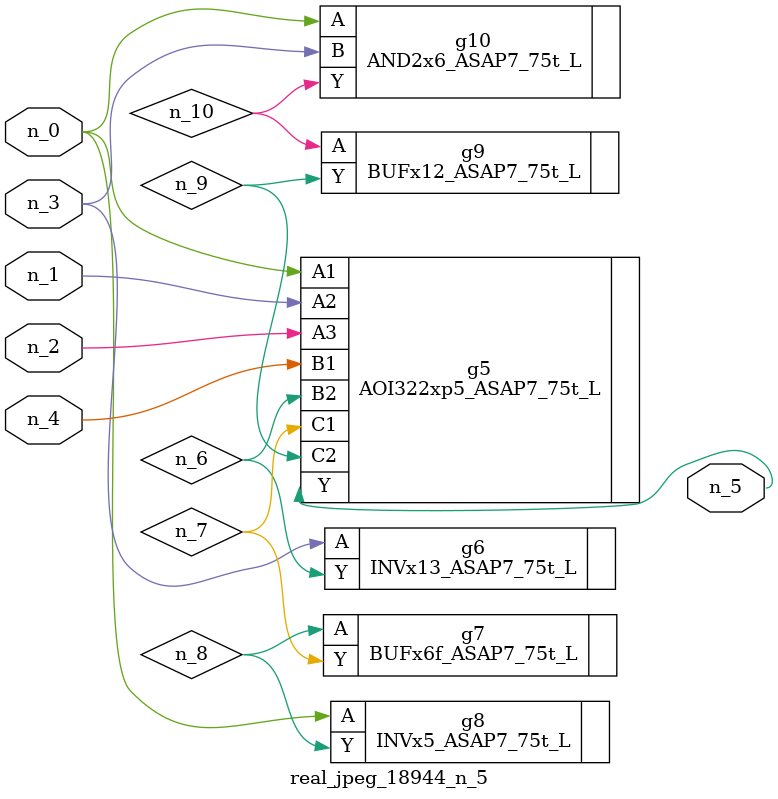
<source format=v>
module real_jpeg_18944_n_5 (n_4, n_0, n_1, n_2, n_3, n_5);

input n_4;
input n_0;
input n_1;
input n_2;
input n_3;

output n_5;

wire n_8;
wire n_6;
wire n_7;
wire n_10;
wire n_9;

AOI322xp5_ASAP7_75t_L g5 ( 
.A1(n_0),
.A2(n_1),
.A3(n_2),
.B1(n_4),
.B2(n_6),
.C1(n_7),
.C2(n_9),
.Y(n_5)
);

INVx5_ASAP7_75t_L g8 ( 
.A(n_0),
.Y(n_8)
);

AND2x6_ASAP7_75t_L g10 ( 
.A(n_0),
.B(n_3),
.Y(n_10)
);

INVx13_ASAP7_75t_L g6 ( 
.A(n_3),
.Y(n_6)
);

BUFx6f_ASAP7_75t_L g7 ( 
.A(n_8),
.Y(n_7)
);

BUFx12_ASAP7_75t_L g9 ( 
.A(n_10),
.Y(n_9)
);


endmodule
</source>
